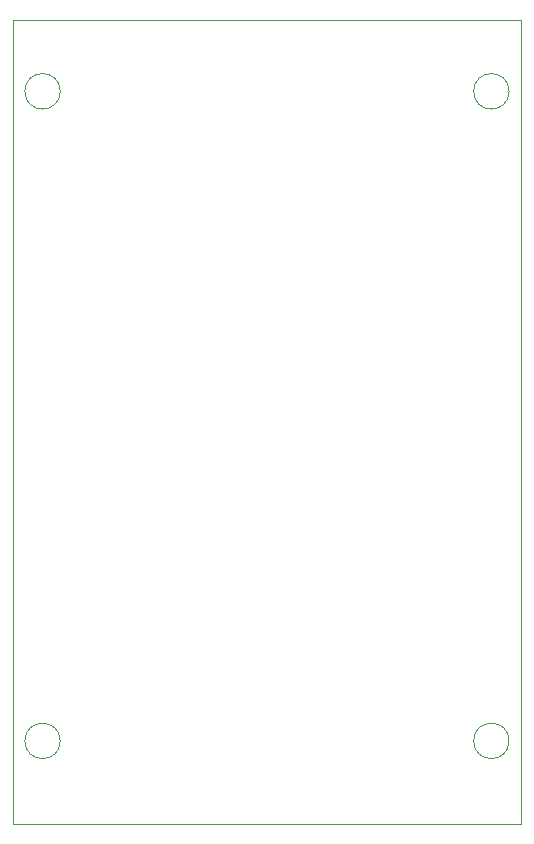
<source format=gm1>
G04 #@! TF.GenerationSoftware,KiCad,Pcbnew,8.0.6*
G04 #@! TF.CreationDate,2025-10-25T19:24:46+02:00*
G04 #@! TF.ProjectId,COSMO Adapter v1.0,434f534d-4f20-4416-9461-707465722076,rev?*
G04 #@! TF.SameCoordinates,Original*
G04 #@! TF.FileFunction,Profile,NP*
%FSLAX46Y46*%
G04 Gerber Fmt 4.6, Leading zero omitted, Abs format (unit mm)*
G04 Created by KiCad (PCBNEW 8.0.6) date 2025-10-25 19:24:46*
%MOMM*%
%LPD*%
G01*
G04 APERTURE LIST*
G04 #@! TA.AperFunction,Profile*
%ADD10C,0.050000*%
G04 #@! TD*
G04 APERTURE END LIST*
D10*
X172500000Y-74500000D02*
G75*
G02*
X169500000Y-74500000I-1500000J0D01*
G01*
X169500000Y-74500000D02*
G75*
G02*
X172500000Y-74500000I1500000J0D01*
G01*
X130500000Y-68500000D02*
X173500000Y-68500000D01*
X173500000Y-136500000D01*
X130500000Y-136500000D01*
X130500000Y-68500000D01*
X172500000Y-129500000D02*
G75*
G02*
X169500000Y-129500000I-1500000J0D01*
G01*
X169500000Y-129500000D02*
G75*
G02*
X172500000Y-129500000I1500000J0D01*
G01*
X134500000Y-129500000D02*
G75*
G02*
X131500000Y-129500000I-1500000J0D01*
G01*
X131500000Y-129500000D02*
G75*
G02*
X134500000Y-129500000I1500000J0D01*
G01*
X134500000Y-74500000D02*
G75*
G02*
X131500000Y-74500000I-1500000J0D01*
G01*
X131500000Y-74500000D02*
G75*
G02*
X134500000Y-74500000I1500000J0D01*
G01*
M02*

</source>
